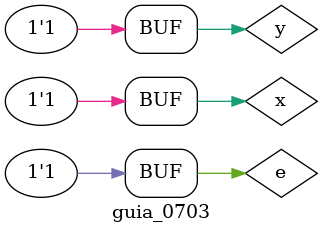
<source format=v>
module op (output oand, output onand, output oor, output onor, input x, input y);
	and  OAND  (oand, x, y);
	nand ONAND (onand, x, y);
	or   OOR   (oor, x, y);
	nor  ONOR  (onor, x, y);
endmodule // op

module mux1 (output w, input x, input y, input e);
	wire andxy, nandxy, orxy, norxy, ne;
	wire and1, and2, and3, and4;

	op OP1    (andxy, nandxy, orxy, norxy, x, y);

	not NE1   (ne, e);
	
	and AND1  (and1, andxy, ne);
	and AND2  (and2, nandxy, e);
	and AND3  (and3, orxy, ne);
	and AND4  (and4, norxy, e);

	or  RESP1 (w, and1, and2, and3, and4);
endmodule // mux1

module mux2 (output w, input x, input y, input e);
	wire andxy, nandxy, orxy, norxy, ne;
	wire and1, and2, and3, and4;

	op OP2    (andxy, nandxy, orxy, norxy, x, y);

	not NE2   (ne, e);
	
	and AND5  (and1, andxy, ne);
	and AND6  (and2, nandxy, ne);
	and AND7  (and3, orxy, e);
	and AND8  (and4, norxy, e);

	or RESP2  (w, and1, and2, and3, and4);
endmodule // mux 2

module guia_0703;
	reg x, y, e;
	wire w1, w2;

	mux1 MUX1 (w1, x, y, e);
	mux2 MUX2 (w2, x, y, e);

	initial begin : start
		x = 1'b0; y = 1'b0; e = 1'b0;
	end // start

	initial begin : main
		$display("x y e 1 2");
		#1 $monitor("%b %b %b %b %b", x, y, e, w1, w2);
		
		#1 x = 1'b0; y = 1'b0; e = 1'b1;
		
		#1 $display("");

		#1 x = 1'b0; y = 1'b1; e = 1'b0;
		#1 x = 1'b0; y = 1'b1; e = 1'b1;

		#1 $display("");

		#1 x = 1'b1; y = 1'b0; e = 1'b0;
		#1 x = 1'b1; y = 1'b0; e = 1'b1;

		#1 $display("");

		#1 x = 1'b1; y = 1'b1; e = 1'b0;
		#1 x = 1'b1; y = 1'b1; e = 1'b1;
	end // main
endmodule // guia_0703

</source>
